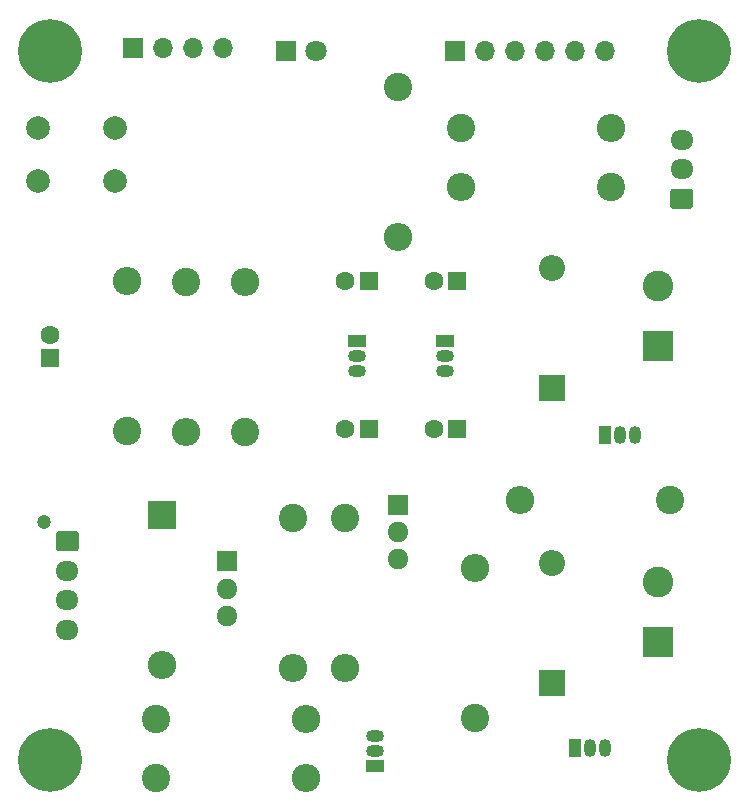
<source format=gbr>
%TF.GenerationSoftware,KiCad,Pcbnew,5.1.9*%
%TF.CreationDate,2021-03-21T20:26:03+00:00*%
%TF.ProjectId,OpenWindow_PCB,4f70656e-5769-46e6-946f-775f5043422e,rev?*%
%TF.SameCoordinates,Original*%
%TF.FileFunction,Soldermask,Bot*%
%TF.FilePolarity,Negative*%
%FSLAX46Y46*%
G04 Gerber Fmt 4.6, Leading zero omitted, Abs format (unit mm)*
G04 Created by KiCad (PCBNEW 5.1.9) date 2021-03-21 20:26:03*
%MOMM*%
%LPD*%
G01*
G04 APERTURE LIST*
%ADD10R,1.700000X1.700000*%
%ADD11O,1.700000X1.700000*%
%ADD12C,5.400000*%
%ADD13R,2.600000X2.600000*%
%ADD14C,2.600000*%
%ADD15O,1.500000X1.050000*%
%ADD16R,1.500000X1.050000*%
%ADD17R,1.600000X1.600000*%
%ADD18C,1.600000*%
%ADD19R,2.400000X2.400000*%
%ADD20O,2.400000X2.400000*%
%ADD21R,1.800000X1.800000*%
%ADD22C,1.800000*%
%ADD23O,2.200000X2.200000*%
%ADD24R,2.200000X2.200000*%
%ADD25O,1.950000X1.700000*%
%ADD26C,1.200000*%
%ADD27R,1.800000X1.717500*%
%ADD28O,1.800000X1.717500*%
%ADD29O,1.050000X1.500000*%
%ADD30R,1.050000X1.500000*%
%ADD31C,2.400000*%
%ADD32C,2.000000*%
G04 APERTURE END LIST*
D10*
%TO.C,J2*%
X62050000Y-34750000D03*
D11*
X64590000Y-34750000D03*
X67130000Y-34750000D03*
X69670000Y-34750000D03*
%TD*%
D12*
%TO.C,REF\u002A\u002A*%
X110000000Y-95000000D03*
%TD*%
%TO.C,REF\u002A\u002A*%
X55000000Y-95000000D03*
%TD*%
%TO.C,REF\u002A\u002A*%
X55000000Y-35000000D03*
%TD*%
%TO.C,REF\u002A\u002A*%
X110000000Y-35000000D03*
%TD*%
D13*
%TO.C,J4*%
X106500000Y-60000000D03*
D14*
X106500000Y-54920000D03*
%TD*%
D15*
%TO.C,U1*%
X88500000Y-60770000D03*
X88500000Y-62040000D03*
D16*
X88500000Y-59500000D03*
%TD*%
D17*
%TO.C,C2*%
X89500000Y-67000000D03*
D18*
X87500000Y-67000000D03*
%TD*%
D17*
%TO.C,C3*%
X55000000Y-61000000D03*
D18*
X55000000Y-59000000D03*
%TD*%
%TO.C,C4*%
X87500000Y-54500000D03*
D17*
X89500000Y-54500000D03*
%TD*%
%TO.C,C6*%
X82000000Y-67000000D03*
D18*
X80000000Y-67000000D03*
%TD*%
%TO.C,C8*%
X80000000Y-54500000D03*
D17*
X82000000Y-54500000D03*
%TD*%
D19*
%TO.C,D1*%
X64500000Y-74300000D03*
D20*
X64500000Y-87000000D03*
%TD*%
D21*
%TO.C,D2*%
X75000000Y-35000000D03*
D22*
X77540000Y-35000000D03*
%TD*%
D23*
%TO.C,D3*%
X97500000Y-53340000D03*
D24*
X97500000Y-63500000D03*
%TD*%
%TO.C,D4*%
X97500000Y-88500000D03*
D23*
X97500000Y-78340000D03*
%TD*%
%TO.C,J1*%
G36*
G01*
X55775000Y-75650000D02*
X57225000Y-75650000D01*
G75*
G02*
X57475000Y-75900000I0J-250000D01*
G01*
X57475000Y-77100000D01*
G75*
G02*
X57225000Y-77350000I-250000J0D01*
G01*
X55775000Y-77350000D01*
G75*
G02*
X55525000Y-77100000I0J250000D01*
G01*
X55525000Y-75900000D01*
G75*
G02*
X55775000Y-75650000I250000J0D01*
G01*
G37*
D25*
X56500000Y-79000000D03*
X56500000Y-81500000D03*
X56500000Y-84000000D03*
D26*
X54500000Y-74900000D03*
%TD*%
D10*
%TO.C,J3*%
X89340000Y-35000000D03*
D11*
X91880000Y-35000000D03*
X94420000Y-35000000D03*
X96960000Y-35000000D03*
X99500000Y-35000000D03*
X102040000Y-35000000D03*
%TD*%
%TO.C,J5*%
G36*
G01*
X109225000Y-48350000D02*
X107775000Y-48350000D01*
G75*
G02*
X107525000Y-48100000I0J250000D01*
G01*
X107525000Y-46900000D01*
G75*
G02*
X107775000Y-46650000I250000J0D01*
G01*
X109225000Y-46650000D01*
G75*
G02*
X109475000Y-46900000I0J-250000D01*
G01*
X109475000Y-48100000D01*
G75*
G02*
X109225000Y-48350000I-250000J0D01*
G01*
G37*
D25*
X108500000Y-45000000D03*
X108500000Y-42500000D03*
%TD*%
D14*
%TO.C,J6*%
X106500000Y-79920000D03*
D13*
X106500000Y-85000000D03*
%TD*%
D27*
%TO.C,Q1*%
X70000000Y-78210000D03*
D28*
X70000000Y-80500000D03*
X70000000Y-82790000D03*
%TD*%
D16*
%TO.C,Q2*%
X82500000Y-95500000D03*
D15*
X82500000Y-92960000D03*
X82500000Y-94230000D03*
%TD*%
D28*
%TO.C,Q3*%
X84500000Y-78000000D03*
X84500000Y-75710000D03*
D27*
X84500000Y-73420000D03*
%TD*%
D29*
%TO.C,Q4*%
X103270000Y-67500000D03*
X104540000Y-67500000D03*
D30*
X102000000Y-67500000D03*
%TD*%
D29*
%TO.C,Q5*%
X100770000Y-94000000D03*
X102040000Y-94000000D03*
D30*
X99500000Y-94000000D03*
%TD*%
D31*
%TO.C,R4*%
X63990000Y-91530000D03*
D20*
X76690000Y-91530000D03*
%TD*%
D31*
%TO.C,R5*%
X71500000Y-67230000D03*
D20*
X71500000Y-54530000D03*
%TD*%
D31*
%TO.C,R6*%
X66500000Y-54530000D03*
D20*
X66500000Y-67230000D03*
%TD*%
%TO.C,R7*%
X61500000Y-54500000D03*
D31*
X61500000Y-67200000D03*
%TD*%
D20*
%TO.C,R8*%
X76690000Y-96500000D03*
D31*
X63990000Y-96500000D03*
%TD*%
D20*
%TO.C,R9*%
X75560000Y-87230000D03*
D31*
X75560000Y-74530000D03*
%TD*%
%TO.C,R10*%
X80000000Y-74530000D03*
D20*
X80000000Y-87230000D03*
%TD*%
D31*
%TO.C,R11*%
X84500000Y-38000000D03*
D20*
X84500000Y-50700000D03*
%TD*%
D31*
%TO.C,R12*%
X107500000Y-73000000D03*
D20*
X94800000Y-73000000D03*
%TD*%
%TO.C,R13*%
X91000000Y-78800000D03*
D31*
X91000000Y-91500000D03*
%TD*%
D20*
%TO.C,R14*%
X102500000Y-41500000D03*
D31*
X89800000Y-41500000D03*
%TD*%
%TO.C,R15*%
X102500000Y-46500000D03*
D20*
X89800000Y-46500000D03*
%TD*%
D32*
%TO.C,SW1*%
X60500000Y-41500000D03*
X60500000Y-46000000D03*
X54000000Y-41500000D03*
X54000000Y-46000000D03*
%TD*%
D16*
%TO.C,U2*%
X81000000Y-59500000D03*
D15*
X81000000Y-62040000D03*
X81000000Y-60770000D03*
%TD*%
M02*

</source>
